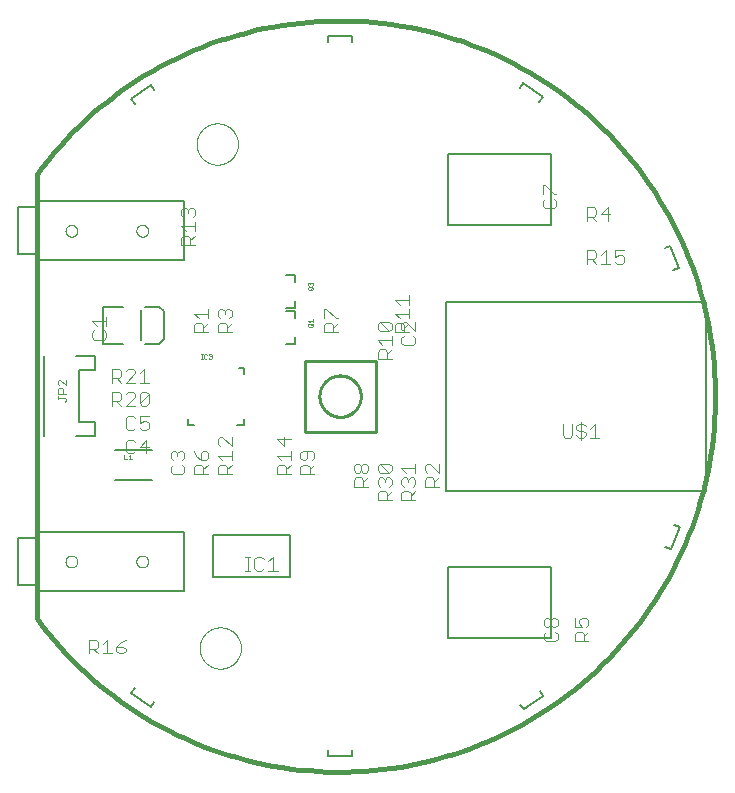
<source format=gto>
G75*
%MOIN*%
%OFA0B0*%
%FSLAX25Y25*%
%IPPOS*%
%LPD*%
%AMOC8*
5,1,8,0,0,1.08239X$1,22.5*
%
%ADD10C,0.01600*%
%ADD11C,0.00000*%
%ADD12C,0.00400*%
%ADD13C,0.00800*%
%ADD14C,0.00100*%
%ADD15C,0.00500*%
%ADD16C,0.01000*%
%ADD17C,0.00200*%
D10*
X0049772Y0066937D02*
X0049772Y0214969D01*
X0051614Y0217418D01*
X0053515Y0219821D01*
X0055474Y0222176D01*
X0057491Y0224483D01*
X0059563Y0226740D01*
X0061690Y0228946D01*
X0063871Y0231099D01*
X0066103Y0233198D01*
X0068386Y0235242D01*
X0070719Y0237229D01*
X0073099Y0239158D01*
X0075526Y0241029D01*
X0077998Y0242840D01*
X0080513Y0244589D01*
X0083071Y0246277D01*
X0085669Y0247901D01*
X0088306Y0249462D01*
X0090981Y0250957D01*
X0093691Y0252387D01*
X0096435Y0253749D01*
X0099212Y0255044D01*
X0102020Y0256271D01*
X0104857Y0257429D01*
X0107722Y0258517D01*
X0110612Y0259534D01*
X0113526Y0260481D01*
X0116463Y0261355D01*
X0119420Y0262158D01*
X0122396Y0262888D01*
X0125389Y0263545D01*
X0128397Y0264129D01*
X0131419Y0264638D01*
X0134452Y0265074D01*
X0137494Y0265435D01*
X0140545Y0265722D01*
X0143602Y0265934D01*
X0146663Y0266071D01*
X0149727Y0266133D01*
X0152791Y0266120D01*
X0155854Y0266032D01*
X0158913Y0265869D01*
X0161968Y0265632D01*
X0165016Y0265319D01*
X0168056Y0264932D01*
X0171085Y0264471D01*
X0174102Y0263936D01*
X0177105Y0263327D01*
X0180093Y0262645D01*
X0183062Y0261890D01*
X0186013Y0261062D01*
X0188942Y0260163D01*
X0191848Y0259192D01*
X0194730Y0258150D01*
X0197585Y0257038D01*
X0200412Y0255857D01*
X0203210Y0254606D01*
X0205976Y0253288D01*
X0208708Y0251902D01*
X0211407Y0250450D01*
X0214068Y0248932D01*
X0216692Y0247349D01*
X0219277Y0245703D01*
X0221820Y0243994D01*
X0224321Y0242223D01*
X0226777Y0240392D01*
X0229188Y0238501D01*
X0231552Y0236551D01*
X0233868Y0234544D01*
X0236133Y0232481D01*
X0238348Y0230364D01*
X0240510Y0228192D01*
X0242619Y0225969D01*
X0244672Y0223695D01*
X0246669Y0221370D01*
X0248608Y0218998D01*
X0250489Y0216579D01*
X0252310Y0214115D01*
X0254071Y0211607D01*
X0255769Y0209056D01*
X0257404Y0206465D01*
X0258976Y0203835D01*
X0260482Y0201167D01*
X0261923Y0198462D01*
X0263297Y0195724D01*
X0264604Y0192952D01*
X0265843Y0190149D01*
X0267012Y0187317D01*
X0268112Y0184457D01*
X0269142Y0181571D01*
X0270101Y0178661D01*
X0270988Y0175728D01*
X0271803Y0172774D01*
X0272546Y0169802D01*
X0273215Y0166811D01*
X0273811Y0163806D01*
X0274334Y0160787D01*
X0274782Y0157755D01*
X0275156Y0154714D01*
X0275456Y0151665D01*
X0275681Y0148609D01*
X0275831Y0145548D01*
X0275906Y0142485D01*
X0275906Y0139421D01*
X0275831Y0136358D01*
X0275681Y0133297D01*
X0275456Y0130241D01*
X0275156Y0127192D01*
X0274782Y0124151D01*
X0274334Y0121119D01*
X0273811Y0118100D01*
X0273215Y0115095D01*
X0272546Y0112104D01*
X0271803Y0109132D01*
X0270988Y0106178D01*
X0270101Y0103245D01*
X0269142Y0100335D01*
X0268112Y0097449D01*
X0267012Y0094589D01*
X0265843Y0091757D01*
X0264604Y0088954D01*
X0263297Y0086182D01*
X0261923Y0083444D01*
X0260482Y0080739D01*
X0258976Y0078071D01*
X0257404Y0075441D01*
X0255769Y0072850D01*
X0254071Y0070299D01*
X0252310Y0067791D01*
X0250489Y0065327D01*
X0248608Y0062908D01*
X0246669Y0060536D01*
X0244672Y0058211D01*
X0242619Y0055937D01*
X0240510Y0053714D01*
X0238348Y0051542D01*
X0236133Y0049425D01*
X0233868Y0047362D01*
X0231552Y0045355D01*
X0229188Y0043405D01*
X0226777Y0041514D01*
X0224321Y0039683D01*
X0221820Y0037912D01*
X0219277Y0036203D01*
X0216692Y0034557D01*
X0214068Y0032974D01*
X0211407Y0031456D01*
X0208708Y0030004D01*
X0205976Y0028618D01*
X0203210Y0027300D01*
X0200412Y0026049D01*
X0197585Y0024868D01*
X0194730Y0023756D01*
X0191848Y0022714D01*
X0188942Y0021743D01*
X0186013Y0020844D01*
X0183062Y0020016D01*
X0180093Y0019261D01*
X0177105Y0018579D01*
X0174102Y0017970D01*
X0171085Y0017435D01*
X0168056Y0016974D01*
X0165016Y0016587D01*
X0161968Y0016274D01*
X0158913Y0016037D01*
X0155854Y0015874D01*
X0152791Y0015786D01*
X0149727Y0015773D01*
X0146663Y0015835D01*
X0143602Y0015972D01*
X0140545Y0016184D01*
X0137494Y0016471D01*
X0134452Y0016832D01*
X0131419Y0017268D01*
X0128397Y0017777D01*
X0125389Y0018361D01*
X0122396Y0019018D01*
X0119420Y0019748D01*
X0116463Y0020551D01*
X0113526Y0021425D01*
X0110612Y0022372D01*
X0107722Y0023389D01*
X0104857Y0024477D01*
X0102020Y0025635D01*
X0099212Y0026862D01*
X0096435Y0028157D01*
X0093691Y0029519D01*
X0090981Y0030949D01*
X0088306Y0032444D01*
X0085669Y0034005D01*
X0083071Y0035629D01*
X0080513Y0037317D01*
X0077998Y0039066D01*
X0075526Y0040877D01*
X0073099Y0042748D01*
X0070719Y0044677D01*
X0068386Y0046664D01*
X0066103Y0048708D01*
X0063871Y0050807D01*
X0061690Y0052960D01*
X0059563Y0055166D01*
X0057491Y0057423D01*
X0055474Y0059730D01*
X0053515Y0062085D01*
X0051614Y0064488D01*
X0049772Y0066937D01*
D11*
X0059417Y0085835D02*
X0059419Y0085923D01*
X0059425Y0086011D01*
X0059435Y0086099D01*
X0059449Y0086187D01*
X0059466Y0086273D01*
X0059488Y0086359D01*
X0059513Y0086443D01*
X0059543Y0086527D01*
X0059575Y0086609D01*
X0059612Y0086689D01*
X0059652Y0086768D01*
X0059696Y0086845D01*
X0059743Y0086920D01*
X0059793Y0086992D01*
X0059847Y0087063D01*
X0059903Y0087130D01*
X0059963Y0087196D01*
X0060025Y0087258D01*
X0060091Y0087318D01*
X0060158Y0087374D01*
X0060229Y0087428D01*
X0060301Y0087478D01*
X0060376Y0087525D01*
X0060453Y0087569D01*
X0060532Y0087609D01*
X0060612Y0087646D01*
X0060694Y0087678D01*
X0060778Y0087708D01*
X0060862Y0087733D01*
X0060948Y0087755D01*
X0061034Y0087772D01*
X0061122Y0087786D01*
X0061210Y0087796D01*
X0061298Y0087802D01*
X0061386Y0087804D01*
X0061474Y0087802D01*
X0061562Y0087796D01*
X0061650Y0087786D01*
X0061738Y0087772D01*
X0061824Y0087755D01*
X0061910Y0087733D01*
X0061994Y0087708D01*
X0062078Y0087678D01*
X0062160Y0087646D01*
X0062240Y0087609D01*
X0062319Y0087569D01*
X0062396Y0087525D01*
X0062471Y0087478D01*
X0062543Y0087428D01*
X0062614Y0087374D01*
X0062681Y0087318D01*
X0062747Y0087258D01*
X0062809Y0087196D01*
X0062869Y0087130D01*
X0062925Y0087063D01*
X0062979Y0086992D01*
X0063029Y0086920D01*
X0063076Y0086845D01*
X0063120Y0086768D01*
X0063160Y0086689D01*
X0063197Y0086609D01*
X0063229Y0086527D01*
X0063259Y0086443D01*
X0063284Y0086359D01*
X0063306Y0086273D01*
X0063323Y0086187D01*
X0063337Y0086099D01*
X0063347Y0086011D01*
X0063353Y0085923D01*
X0063355Y0085835D01*
X0063353Y0085747D01*
X0063347Y0085659D01*
X0063337Y0085571D01*
X0063323Y0085483D01*
X0063306Y0085397D01*
X0063284Y0085311D01*
X0063259Y0085227D01*
X0063229Y0085143D01*
X0063197Y0085061D01*
X0063160Y0084981D01*
X0063120Y0084902D01*
X0063076Y0084825D01*
X0063029Y0084750D01*
X0062979Y0084678D01*
X0062925Y0084607D01*
X0062869Y0084540D01*
X0062809Y0084474D01*
X0062747Y0084412D01*
X0062681Y0084352D01*
X0062614Y0084296D01*
X0062543Y0084242D01*
X0062471Y0084192D01*
X0062396Y0084145D01*
X0062319Y0084101D01*
X0062240Y0084061D01*
X0062160Y0084024D01*
X0062078Y0083992D01*
X0061994Y0083962D01*
X0061910Y0083937D01*
X0061824Y0083915D01*
X0061738Y0083898D01*
X0061650Y0083884D01*
X0061562Y0083874D01*
X0061474Y0083868D01*
X0061386Y0083866D01*
X0061298Y0083868D01*
X0061210Y0083874D01*
X0061122Y0083884D01*
X0061034Y0083898D01*
X0060948Y0083915D01*
X0060862Y0083937D01*
X0060778Y0083962D01*
X0060694Y0083992D01*
X0060612Y0084024D01*
X0060532Y0084061D01*
X0060453Y0084101D01*
X0060376Y0084145D01*
X0060301Y0084192D01*
X0060229Y0084242D01*
X0060158Y0084296D01*
X0060091Y0084352D01*
X0060025Y0084412D01*
X0059963Y0084474D01*
X0059903Y0084540D01*
X0059847Y0084607D01*
X0059793Y0084678D01*
X0059743Y0084750D01*
X0059696Y0084825D01*
X0059652Y0084902D01*
X0059612Y0084981D01*
X0059575Y0085061D01*
X0059543Y0085143D01*
X0059513Y0085227D01*
X0059488Y0085311D01*
X0059466Y0085397D01*
X0059449Y0085483D01*
X0059435Y0085571D01*
X0059425Y0085659D01*
X0059419Y0085747D01*
X0059417Y0085835D01*
X0083039Y0085835D02*
X0083041Y0085923D01*
X0083047Y0086011D01*
X0083057Y0086099D01*
X0083071Y0086187D01*
X0083088Y0086273D01*
X0083110Y0086359D01*
X0083135Y0086443D01*
X0083165Y0086527D01*
X0083197Y0086609D01*
X0083234Y0086689D01*
X0083274Y0086768D01*
X0083318Y0086845D01*
X0083365Y0086920D01*
X0083415Y0086992D01*
X0083469Y0087063D01*
X0083525Y0087130D01*
X0083585Y0087196D01*
X0083647Y0087258D01*
X0083713Y0087318D01*
X0083780Y0087374D01*
X0083851Y0087428D01*
X0083923Y0087478D01*
X0083998Y0087525D01*
X0084075Y0087569D01*
X0084154Y0087609D01*
X0084234Y0087646D01*
X0084316Y0087678D01*
X0084400Y0087708D01*
X0084484Y0087733D01*
X0084570Y0087755D01*
X0084656Y0087772D01*
X0084744Y0087786D01*
X0084832Y0087796D01*
X0084920Y0087802D01*
X0085008Y0087804D01*
X0085096Y0087802D01*
X0085184Y0087796D01*
X0085272Y0087786D01*
X0085360Y0087772D01*
X0085446Y0087755D01*
X0085532Y0087733D01*
X0085616Y0087708D01*
X0085700Y0087678D01*
X0085782Y0087646D01*
X0085862Y0087609D01*
X0085941Y0087569D01*
X0086018Y0087525D01*
X0086093Y0087478D01*
X0086165Y0087428D01*
X0086236Y0087374D01*
X0086303Y0087318D01*
X0086369Y0087258D01*
X0086431Y0087196D01*
X0086491Y0087130D01*
X0086547Y0087063D01*
X0086601Y0086992D01*
X0086651Y0086920D01*
X0086698Y0086845D01*
X0086742Y0086768D01*
X0086782Y0086689D01*
X0086819Y0086609D01*
X0086851Y0086527D01*
X0086881Y0086443D01*
X0086906Y0086359D01*
X0086928Y0086273D01*
X0086945Y0086187D01*
X0086959Y0086099D01*
X0086969Y0086011D01*
X0086975Y0085923D01*
X0086977Y0085835D01*
X0086975Y0085747D01*
X0086969Y0085659D01*
X0086959Y0085571D01*
X0086945Y0085483D01*
X0086928Y0085397D01*
X0086906Y0085311D01*
X0086881Y0085227D01*
X0086851Y0085143D01*
X0086819Y0085061D01*
X0086782Y0084981D01*
X0086742Y0084902D01*
X0086698Y0084825D01*
X0086651Y0084750D01*
X0086601Y0084678D01*
X0086547Y0084607D01*
X0086491Y0084540D01*
X0086431Y0084474D01*
X0086369Y0084412D01*
X0086303Y0084352D01*
X0086236Y0084296D01*
X0086165Y0084242D01*
X0086093Y0084192D01*
X0086018Y0084145D01*
X0085941Y0084101D01*
X0085862Y0084061D01*
X0085782Y0084024D01*
X0085700Y0083992D01*
X0085616Y0083962D01*
X0085532Y0083937D01*
X0085446Y0083915D01*
X0085360Y0083898D01*
X0085272Y0083884D01*
X0085184Y0083874D01*
X0085096Y0083868D01*
X0085008Y0083866D01*
X0084920Y0083868D01*
X0084832Y0083874D01*
X0084744Y0083884D01*
X0084656Y0083898D01*
X0084570Y0083915D01*
X0084484Y0083937D01*
X0084400Y0083962D01*
X0084316Y0083992D01*
X0084234Y0084024D01*
X0084154Y0084061D01*
X0084075Y0084101D01*
X0083998Y0084145D01*
X0083923Y0084192D01*
X0083851Y0084242D01*
X0083780Y0084296D01*
X0083713Y0084352D01*
X0083647Y0084412D01*
X0083585Y0084474D01*
X0083525Y0084540D01*
X0083469Y0084607D01*
X0083415Y0084678D01*
X0083365Y0084750D01*
X0083318Y0084825D01*
X0083274Y0084902D01*
X0083234Y0084981D01*
X0083197Y0085061D01*
X0083165Y0085143D01*
X0083135Y0085227D01*
X0083110Y0085311D01*
X0083088Y0085397D01*
X0083071Y0085483D01*
X0083057Y0085571D01*
X0083047Y0085659D01*
X0083041Y0085747D01*
X0083039Y0085835D01*
X0104110Y0057000D02*
X0104112Y0057169D01*
X0104118Y0057338D01*
X0104129Y0057507D01*
X0104143Y0057675D01*
X0104162Y0057843D01*
X0104185Y0058011D01*
X0104211Y0058178D01*
X0104242Y0058344D01*
X0104277Y0058510D01*
X0104316Y0058674D01*
X0104360Y0058838D01*
X0104407Y0059000D01*
X0104458Y0059161D01*
X0104513Y0059321D01*
X0104572Y0059480D01*
X0104634Y0059637D01*
X0104701Y0059792D01*
X0104772Y0059946D01*
X0104846Y0060098D01*
X0104924Y0060248D01*
X0105005Y0060396D01*
X0105090Y0060542D01*
X0105179Y0060686D01*
X0105271Y0060828D01*
X0105367Y0060967D01*
X0105466Y0061104D01*
X0105568Y0061239D01*
X0105674Y0061371D01*
X0105783Y0061500D01*
X0105895Y0061627D01*
X0106010Y0061751D01*
X0106128Y0061872D01*
X0106249Y0061990D01*
X0106373Y0062105D01*
X0106500Y0062217D01*
X0106629Y0062326D01*
X0106761Y0062432D01*
X0106896Y0062534D01*
X0107033Y0062633D01*
X0107172Y0062729D01*
X0107314Y0062821D01*
X0107458Y0062910D01*
X0107604Y0062995D01*
X0107752Y0063076D01*
X0107902Y0063154D01*
X0108054Y0063228D01*
X0108208Y0063299D01*
X0108363Y0063366D01*
X0108520Y0063428D01*
X0108679Y0063487D01*
X0108839Y0063542D01*
X0109000Y0063593D01*
X0109162Y0063640D01*
X0109326Y0063684D01*
X0109490Y0063723D01*
X0109656Y0063758D01*
X0109822Y0063789D01*
X0109989Y0063815D01*
X0110157Y0063838D01*
X0110325Y0063857D01*
X0110493Y0063871D01*
X0110662Y0063882D01*
X0110831Y0063888D01*
X0111000Y0063890D01*
X0111169Y0063888D01*
X0111338Y0063882D01*
X0111507Y0063871D01*
X0111675Y0063857D01*
X0111843Y0063838D01*
X0112011Y0063815D01*
X0112178Y0063789D01*
X0112344Y0063758D01*
X0112510Y0063723D01*
X0112674Y0063684D01*
X0112838Y0063640D01*
X0113000Y0063593D01*
X0113161Y0063542D01*
X0113321Y0063487D01*
X0113480Y0063428D01*
X0113637Y0063366D01*
X0113792Y0063299D01*
X0113946Y0063228D01*
X0114098Y0063154D01*
X0114248Y0063076D01*
X0114396Y0062995D01*
X0114542Y0062910D01*
X0114686Y0062821D01*
X0114828Y0062729D01*
X0114967Y0062633D01*
X0115104Y0062534D01*
X0115239Y0062432D01*
X0115371Y0062326D01*
X0115500Y0062217D01*
X0115627Y0062105D01*
X0115751Y0061990D01*
X0115872Y0061872D01*
X0115990Y0061751D01*
X0116105Y0061627D01*
X0116217Y0061500D01*
X0116326Y0061371D01*
X0116432Y0061239D01*
X0116534Y0061104D01*
X0116633Y0060967D01*
X0116729Y0060828D01*
X0116821Y0060686D01*
X0116910Y0060542D01*
X0116995Y0060396D01*
X0117076Y0060248D01*
X0117154Y0060098D01*
X0117228Y0059946D01*
X0117299Y0059792D01*
X0117366Y0059637D01*
X0117428Y0059480D01*
X0117487Y0059321D01*
X0117542Y0059161D01*
X0117593Y0059000D01*
X0117640Y0058838D01*
X0117684Y0058674D01*
X0117723Y0058510D01*
X0117758Y0058344D01*
X0117789Y0058178D01*
X0117815Y0058011D01*
X0117838Y0057843D01*
X0117857Y0057675D01*
X0117871Y0057507D01*
X0117882Y0057338D01*
X0117888Y0057169D01*
X0117890Y0057000D01*
X0117888Y0056831D01*
X0117882Y0056662D01*
X0117871Y0056493D01*
X0117857Y0056325D01*
X0117838Y0056157D01*
X0117815Y0055989D01*
X0117789Y0055822D01*
X0117758Y0055656D01*
X0117723Y0055490D01*
X0117684Y0055326D01*
X0117640Y0055162D01*
X0117593Y0055000D01*
X0117542Y0054839D01*
X0117487Y0054679D01*
X0117428Y0054520D01*
X0117366Y0054363D01*
X0117299Y0054208D01*
X0117228Y0054054D01*
X0117154Y0053902D01*
X0117076Y0053752D01*
X0116995Y0053604D01*
X0116910Y0053458D01*
X0116821Y0053314D01*
X0116729Y0053172D01*
X0116633Y0053033D01*
X0116534Y0052896D01*
X0116432Y0052761D01*
X0116326Y0052629D01*
X0116217Y0052500D01*
X0116105Y0052373D01*
X0115990Y0052249D01*
X0115872Y0052128D01*
X0115751Y0052010D01*
X0115627Y0051895D01*
X0115500Y0051783D01*
X0115371Y0051674D01*
X0115239Y0051568D01*
X0115104Y0051466D01*
X0114967Y0051367D01*
X0114828Y0051271D01*
X0114686Y0051179D01*
X0114542Y0051090D01*
X0114396Y0051005D01*
X0114248Y0050924D01*
X0114098Y0050846D01*
X0113946Y0050772D01*
X0113792Y0050701D01*
X0113637Y0050634D01*
X0113480Y0050572D01*
X0113321Y0050513D01*
X0113161Y0050458D01*
X0113000Y0050407D01*
X0112838Y0050360D01*
X0112674Y0050316D01*
X0112510Y0050277D01*
X0112344Y0050242D01*
X0112178Y0050211D01*
X0112011Y0050185D01*
X0111843Y0050162D01*
X0111675Y0050143D01*
X0111507Y0050129D01*
X0111338Y0050118D01*
X0111169Y0050112D01*
X0111000Y0050110D01*
X0110831Y0050112D01*
X0110662Y0050118D01*
X0110493Y0050129D01*
X0110325Y0050143D01*
X0110157Y0050162D01*
X0109989Y0050185D01*
X0109822Y0050211D01*
X0109656Y0050242D01*
X0109490Y0050277D01*
X0109326Y0050316D01*
X0109162Y0050360D01*
X0109000Y0050407D01*
X0108839Y0050458D01*
X0108679Y0050513D01*
X0108520Y0050572D01*
X0108363Y0050634D01*
X0108208Y0050701D01*
X0108054Y0050772D01*
X0107902Y0050846D01*
X0107752Y0050924D01*
X0107604Y0051005D01*
X0107458Y0051090D01*
X0107314Y0051179D01*
X0107172Y0051271D01*
X0107033Y0051367D01*
X0106896Y0051466D01*
X0106761Y0051568D01*
X0106629Y0051674D01*
X0106500Y0051783D01*
X0106373Y0051895D01*
X0106249Y0052010D01*
X0106128Y0052128D01*
X0106010Y0052249D01*
X0105895Y0052373D01*
X0105783Y0052500D01*
X0105674Y0052629D01*
X0105568Y0052761D01*
X0105466Y0052896D01*
X0105367Y0053033D01*
X0105271Y0053172D01*
X0105179Y0053314D01*
X0105090Y0053458D01*
X0105005Y0053604D01*
X0104924Y0053752D01*
X0104846Y0053902D01*
X0104772Y0054054D01*
X0104701Y0054208D01*
X0104634Y0054363D01*
X0104572Y0054520D01*
X0104513Y0054679D01*
X0104458Y0054839D01*
X0104407Y0055000D01*
X0104360Y0055162D01*
X0104316Y0055326D01*
X0104277Y0055490D01*
X0104242Y0055656D01*
X0104211Y0055822D01*
X0104185Y0055989D01*
X0104162Y0056157D01*
X0104143Y0056325D01*
X0104129Y0056493D01*
X0104118Y0056662D01*
X0104112Y0056831D01*
X0104110Y0057000D01*
X0083039Y0196071D02*
X0083041Y0196159D01*
X0083047Y0196247D01*
X0083057Y0196335D01*
X0083071Y0196423D01*
X0083088Y0196509D01*
X0083110Y0196595D01*
X0083135Y0196679D01*
X0083165Y0196763D01*
X0083197Y0196845D01*
X0083234Y0196925D01*
X0083274Y0197004D01*
X0083318Y0197081D01*
X0083365Y0197156D01*
X0083415Y0197228D01*
X0083469Y0197299D01*
X0083525Y0197366D01*
X0083585Y0197432D01*
X0083647Y0197494D01*
X0083713Y0197554D01*
X0083780Y0197610D01*
X0083851Y0197664D01*
X0083923Y0197714D01*
X0083998Y0197761D01*
X0084075Y0197805D01*
X0084154Y0197845D01*
X0084234Y0197882D01*
X0084316Y0197914D01*
X0084400Y0197944D01*
X0084484Y0197969D01*
X0084570Y0197991D01*
X0084656Y0198008D01*
X0084744Y0198022D01*
X0084832Y0198032D01*
X0084920Y0198038D01*
X0085008Y0198040D01*
X0085096Y0198038D01*
X0085184Y0198032D01*
X0085272Y0198022D01*
X0085360Y0198008D01*
X0085446Y0197991D01*
X0085532Y0197969D01*
X0085616Y0197944D01*
X0085700Y0197914D01*
X0085782Y0197882D01*
X0085862Y0197845D01*
X0085941Y0197805D01*
X0086018Y0197761D01*
X0086093Y0197714D01*
X0086165Y0197664D01*
X0086236Y0197610D01*
X0086303Y0197554D01*
X0086369Y0197494D01*
X0086431Y0197432D01*
X0086491Y0197366D01*
X0086547Y0197299D01*
X0086601Y0197228D01*
X0086651Y0197156D01*
X0086698Y0197081D01*
X0086742Y0197004D01*
X0086782Y0196925D01*
X0086819Y0196845D01*
X0086851Y0196763D01*
X0086881Y0196679D01*
X0086906Y0196595D01*
X0086928Y0196509D01*
X0086945Y0196423D01*
X0086959Y0196335D01*
X0086969Y0196247D01*
X0086975Y0196159D01*
X0086977Y0196071D01*
X0086975Y0195983D01*
X0086969Y0195895D01*
X0086959Y0195807D01*
X0086945Y0195719D01*
X0086928Y0195633D01*
X0086906Y0195547D01*
X0086881Y0195463D01*
X0086851Y0195379D01*
X0086819Y0195297D01*
X0086782Y0195217D01*
X0086742Y0195138D01*
X0086698Y0195061D01*
X0086651Y0194986D01*
X0086601Y0194914D01*
X0086547Y0194843D01*
X0086491Y0194776D01*
X0086431Y0194710D01*
X0086369Y0194648D01*
X0086303Y0194588D01*
X0086236Y0194532D01*
X0086165Y0194478D01*
X0086093Y0194428D01*
X0086018Y0194381D01*
X0085941Y0194337D01*
X0085862Y0194297D01*
X0085782Y0194260D01*
X0085700Y0194228D01*
X0085616Y0194198D01*
X0085532Y0194173D01*
X0085446Y0194151D01*
X0085360Y0194134D01*
X0085272Y0194120D01*
X0085184Y0194110D01*
X0085096Y0194104D01*
X0085008Y0194102D01*
X0084920Y0194104D01*
X0084832Y0194110D01*
X0084744Y0194120D01*
X0084656Y0194134D01*
X0084570Y0194151D01*
X0084484Y0194173D01*
X0084400Y0194198D01*
X0084316Y0194228D01*
X0084234Y0194260D01*
X0084154Y0194297D01*
X0084075Y0194337D01*
X0083998Y0194381D01*
X0083923Y0194428D01*
X0083851Y0194478D01*
X0083780Y0194532D01*
X0083713Y0194588D01*
X0083647Y0194648D01*
X0083585Y0194710D01*
X0083525Y0194776D01*
X0083469Y0194843D01*
X0083415Y0194914D01*
X0083365Y0194986D01*
X0083318Y0195061D01*
X0083274Y0195138D01*
X0083234Y0195217D01*
X0083197Y0195297D01*
X0083165Y0195379D01*
X0083135Y0195463D01*
X0083110Y0195547D01*
X0083088Y0195633D01*
X0083071Y0195719D01*
X0083057Y0195807D01*
X0083047Y0195895D01*
X0083041Y0195983D01*
X0083039Y0196071D01*
X0059417Y0196071D02*
X0059419Y0196159D01*
X0059425Y0196247D01*
X0059435Y0196335D01*
X0059449Y0196423D01*
X0059466Y0196509D01*
X0059488Y0196595D01*
X0059513Y0196679D01*
X0059543Y0196763D01*
X0059575Y0196845D01*
X0059612Y0196925D01*
X0059652Y0197004D01*
X0059696Y0197081D01*
X0059743Y0197156D01*
X0059793Y0197228D01*
X0059847Y0197299D01*
X0059903Y0197366D01*
X0059963Y0197432D01*
X0060025Y0197494D01*
X0060091Y0197554D01*
X0060158Y0197610D01*
X0060229Y0197664D01*
X0060301Y0197714D01*
X0060376Y0197761D01*
X0060453Y0197805D01*
X0060532Y0197845D01*
X0060612Y0197882D01*
X0060694Y0197914D01*
X0060778Y0197944D01*
X0060862Y0197969D01*
X0060948Y0197991D01*
X0061034Y0198008D01*
X0061122Y0198022D01*
X0061210Y0198032D01*
X0061298Y0198038D01*
X0061386Y0198040D01*
X0061474Y0198038D01*
X0061562Y0198032D01*
X0061650Y0198022D01*
X0061738Y0198008D01*
X0061824Y0197991D01*
X0061910Y0197969D01*
X0061994Y0197944D01*
X0062078Y0197914D01*
X0062160Y0197882D01*
X0062240Y0197845D01*
X0062319Y0197805D01*
X0062396Y0197761D01*
X0062471Y0197714D01*
X0062543Y0197664D01*
X0062614Y0197610D01*
X0062681Y0197554D01*
X0062747Y0197494D01*
X0062809Y0197432D01*
X0062869Y0197366D01*
X0062925Y0197299D01*
X0062979Y0197228D01*
X0063029Y0197156D01*
X0063076Y0197081D01*
X0063120Y0197004D01*
X0063160Y0196925D01*
X0063197Y0196845D01*
X0063229Y0196763D01*
X0063259Y0196679D01*
X0063284Y0196595D01*
X0063306Y0196509D01*
X0063323Y0196423D01*
X0063337Y0196335D01*
X0063347Y0196247D01*
X0063353Y0196159D01*
X0063355Y0196071D01*
X0063353Y0195983D01*
X0063347Y0195895D01*
X0063337Y0195807D01*
X0063323Y0195719D01*
X0063306Y0195633D01*
X0063284Y0195547D01*
X0063259Y0195463D01*
X0063229Y0195379D01*
X0063197Y0195297D01*
X0063160Y0195217D01*
X0063120Y0195138D01*
X0063076Y0195061D01*
X0063029Y0194986D01*
X0062979Y0194914D01*
X0062925Y0194843D01*
X0062869Y0194776D01*
X0062809Y0194710D01*
X0062747Y0194648D01*
X0062681Y0194588D01*
X0062614Y0194532D01*
X0062543Y0194478D01*
X0062471Y0194428D01*
X0062396Y0194381D01*
X0062319Y0194337D01*
X0062240Y0194297D01*
X0062160Y0194260D01*
X0062078Y0194228D01*
X0061994Y0194198D01*
X0061910Y0194173D01*
X0061824Y0194151D01*
X0061738Y0194134D01*
X0061650Y0194120D01*
X0061562Y0194110D01*
X0061474Y0194104D01*
X0061386Y0194102D01*
X0061298Y0194104D01*
X0061210Y0194110D01*
X0061122Y0194120D01*
X0061034Y0194134D01*
X0060948Y0194151D01*
X0060862Y0194173D01*
X0060778Y0194198D01*
X0060694Y0194228D01*
X0060612Y0194260D01*
X0060532Y0194297D01*
X0060453Y0194337D01*
X0060376Y0194381D01*
X0060301Y0194428D01*
X0060229Y0194478D01*
X0060158Y0194532D01*
X0060091Y0194588D01*
X0060025Y0194648D01*
X0059963Y0194710D01*
X0059903Y0194776D01*
X0059847Y0194843D01*
X0059793Y0194914D01*
X0059743Y0194986D01*
X0059696Y0195061D01*
X0059652Y0195138D01*
X0059612Y0195217D01*
X0059575Y0195297D01*
X0059543Y0195379D01*
X0059513Y0195463D01*
X0059488Y0195547D01*
X0059466Y0195633D01*
X0059449Y0195719D01*
X0059435Y0195807D01*
X0059425Y0195895D01*
X0059419Y0195983D01*
X0059417Y0196071D01*
X0103110Y0225000D02*
X0103112Y0225169D01*
X0103118Y0225338D01*
X0103129Y0225507D01*
X0103143Y0225675D01*
X0103162Y0225843D01*
X0103185Y0226011D01*
X0103211Y0226178D01*
X0103242Y0226344D01*
X0103277Y0226510D01*
X0103316Y0226674D01*
X0103360Y0226838D01*
X0103407Y0227000D01*
X0103458Y0227161D01*
X0103513Y0227321D01*
X0103572Y0227480D01*
X0103634Y0227637D01*
X0103701Y0227792D01*
X0103772Y0227946D01*
X0103846Y0228098D01*
X0103924Y0228248D01*
X0104005Y0228396D01*
X0104090Y0228542D01*
X0104179Y0228686D01*
X0104271Y0228828D01*
X0104367Y0228967D01*
X0104466Y0229104D01*
X0104568Y0229239D01*
X0104674Y0229371D01*
X0104783Y0229500D01*
X0104895Y0229627D01*
X0105010Y0229751D01*
X0105128Y0229872D01*
X0105249Y0229990D01*
X0105373Y0230105D01*
X0105500Y0230217D01*
X0105629Y0230326D01*
X0105761Y0230432D01*
X0105896Y0230534D01*
X0106033Y0230633D01*
X0106172Y0230729D01*
X0106314Y0230821D01*
X0106458Y0230910D01*
X0106604Y0230995D01*
X0106752Y0231076D01*
X0106902Y0231154D01*
X0107054Y0231228D01*
X0107208Y0231299D01*
X0107363Y0231366D01*
X0107520Y0231428D01*
X0107679Y0231487D01*
X0107839Y0231542D01*
X0108000Y0231593D01*
X0108162Y0231640D01*
X0108326Y0231684D01*
X0108490Y0231723D01*
X0108656Y0231758D01*
X0108822Y0231789D01*
X0108989Y0231815D01*
X0109157Y0231838D01*
X0109325Y0231857D01*
X0109493Y0231871D01*
X0109662Y0231882D01*
X0109831Y0231888D01*
X0110000Y0231890D01*
X0110169Y0231888D01*
X0110338Y0231882D01*
X0110507Y0231871D01*
X0110675Y0231857D01*
X0110843Y0231838D01*
X0111011Y0231815D01*
X0111178Y0231789D01*
X0111344Y0231758D01*
X0111510Y0231723D01*
X0111674Y0231684D01*
X0111838Y0231640D01*
X0112000Y0231593D01*
X0112161Y0231542D01*
X0112321Y0231487D01*
X0112480Y0231428D01*
X0112637Y0231366D01*
X0112792Y0231299D01*
X0112946Y0231228D01*
X0113098Y0231154D01*
X0113248Y0231076D01*
X0113396Y0230995D01*
X0113542Y0230910D01*
X0113686Y0230821D01*
X0113828Y0230729D01*
X0113967Y0230633D01*
X0114104Y0230534D01*
X0114239Y0230432D01*
X0114371Y0230326D01*
X0114500Y0230217D01*
X0114627Y0230105D01*
X0114751Y0229990D01*
X0114872Y0229872D01*
X0114990Y0229751D01*
X0115105Y0229627D01*
X0115217Y0229500D01*
X0115326Y0229371D01*
X0115432Y0229239D01*
X0115534Y0229104D01*
X0115633Y0228967D01*
X0115729Y0228828D01*
X0115821Y0228686D01*
X0115910Y0228542D01*
X0115995Y0228396D01*
X0116076Y0228248D01*
X0116154Y0228098D01*
X0116228Y0227946D01*
X0116299Y0227792D01*
X0116366Y0227637D01*
X0116428Y0227480D01*
X0116487Y0227321D01*
X0116542Y0227161D01*
X0116593Y0227000D01*
X0116640Y0226838D01*
X0116684Y0226674D01*
X0116723Y0226510D01*
X0116758Y0226344D01*
X0116789Y0226178D01*
X0116815Y0226011D01*
X0116838Y0225843D01*
X0116857Y0225675D01*
X0116871Y0225507D01*
X0116882Y0225338D01*
X0116888Y0225169D01*
X0116890Y0225000D01*
X0116888Y0224831D01*
X0116882Y0224662D01*
X0116871Y0224493D01*
X0116857Y0224325D01*
X0116838Y0224157D01*
X0116815Y0223989D01*
X0116789Y0223822D01*
X0116758Y0223656D01*
X0116723Y0223490D01*
X0116684Y0223326D01*
X0116640Y0223162D01*
X0116593Y0223000D01*
X0116542Y0222839D01*
X0116487Y0222679D01*
X0116428Y0222520D01*
X0116366Y0222363D01*
X0116299Y0222208D01*
X0116228Y0222054D01*
X0116154Y0221902D01*
X0116076Y0221752D01*
X0115995Y0221604D01*
X0115910Y0221458D01*
X0115821Y0221314D01*
X0115729Y0221172D01*
X0115633Y0221033D01*
X0115534Y0220896D01*
X0115432Y0220761D01*
X0115326Y0220629D01*
X0115217Y0220500D01*
X0115105Y0220373D01*
X0114990Y0220249D01*
X0114872Y0220128D01*
X0114751Y0220010D01*
X0114627Y0219895D01*
X0114500Y0219783D01*
X0114371Y0219674D01*
X0114239Y0219568D01*
X0114104Y0219466D01*
X0113967Y0219367D01*
X0113828Y0219271D01*
X0113686Y0219179D01*
X0113542Y0219090D01*
X0113396Y0219005D01*
X0113248Y0218924D01*
X0113098Y0218846D01*
X0112946Y0218772D01*
X0112792Y0218701D01*
X0112637Y0218634D01*
X0112480Y0218572D01*
X0112321Y0218513D01*
X0112161Y0218458D01*
X0112000Y0218407D01*
X0111838Y0218360D01*
X0111674Y0218316D01*
X0111510Y0218277D01*
X0111344Y0218242D01*
X0111178Y0218211D01*
X0111011Y0218185D01*
X0110843Y0218162D01*
X0110675Y0218143D01*
X0110507Y0218129D01*
X0110338Y0218118D01*
X0110169Y0218112D01*
X0110000Y0218110D01*
X0109831Y0218112D01*
X0109662Y0218118D01*
X0109493Y0218129D01*
X0109325Y0218143D01*
X0109157Y0218162D01*
X0108989Y0218185D01*
X0108822Y0218211D01*
X0108656Y0218242D01*
X0108490Y0218277D01*
X0108326Y0218316D01*
X0108162Y0218360D01*
X0108000Y0218407D01*
X0107839Y0218458D01*
X0107679Y0218513D01*
X0107520Y0218572D01*
X0107363Y0218634D01*
X0107208Y0218701D01*
X0107054Y0218772D01*
X0106902Y0218846D01*
X0106752Y0218924D01*
X0106604Y0219005D01*
X0106458Y0219090D01*
X0106314Y0219179D01*
X0106172Y0219271D01*
X0106033Y0219367D01*
X0105896Y0219466D01*
X0105761Y0219568D01*
X0105629Y0219674D01*
X0105500Y0219783D01*
X0105373Y0219895D01*
X0105249Y0220010D01*
X0105128Y0220128D01*
X0105010Y0220249D01*
X0104895Y0220373D01*
X0104783Y0220500D01*
X0104674Y0220629D01*
X0104568Y0220761D01*
X0104466Y0220896D01*
X0104367Y0221033D01*
X0104271Y0221172D01*
X0104179Y0221314D01*
X0104090Y0221458D01*
X0104005Y0221604D01*
X0103924Y0221752D01*
X0103846Y0221902D01*
X0103772Y0222054D01*
X0103701Y0222208D01*
X0103634Y0222363D01*
X0103572Y0222520D01*
X0103513Y0222679D01*
X0103458Y0222839D01*
X0103407Y0223000D01*
X0103360Y0223162D01*
X0103316Y0223326D01*
X0103277Y0223490D01*
X0103242Y0223656D01*
X0103211Y0223822D01*
X0103185Y0223989D01*
X0103162Y0224157D01*
X0103143Y0224325D01*
X0103129Y0224493D01*
X0103118Y0224662D01*
X0103112Y0224831D01*
X0103110Y0225000D01*
D12*
X0067188Y0059804D02*
X0067188Y0055200D01*
X0067188Y0056735D02*
X0069490Y0056735D01*
X0070257Y0057502D01*
X0070257Y0059037D01*
X0069490Y0059804D01*
X0067188Y0059804D01*
X0068723Y0056735D02*
X0070257Y0055200D01*
X0071792Y0055200D02*
X0074861Y0055200D01*
X0073327Y0055200D02*
X0073327Y0059804D01*
X0071792Y0058269D01*
X0076396Y0057502D02*
X0076396Y0055967D01*
X0077163Y0055200D01*
X0078698Y0055200D01*
X0079465Y0055967D01*
X0079465Y0056735D01*
X0078698Y0057502D01*
X0076396Y0057502D01*
X0077931Y0059037D01*
X0079465Y0059804D01*
X0119348Y0082803D02*
X0120883Y0082803D01*
X0120115Y0082803D02*
X0120115Y0087407D01*
X0119348Y0087407D02*
X0120883Y0087407D01*
X0122417Y0086640D02*
X0122417Y0083570D01*
X0123185Y0082803D01*
X0124719Y0082803D01*
X0125487Y0083570D01*
X0127021Y0082803D02*
X0130091Y0082803D01*
X0128556Y0082803D02*
X0128556Y0087407D01*
X0127021Y0085872D01*
X0125487Y0086640D02*
X0124719Y0087407D01*
X0123185Y0087407D01*
X0122417Y0086640D01*
X0129869Y0115031D02*
X0129869Y0117333D01*
X0130637Y0118100D01*
X0132171Y0118100D01*
X0132939Y0117333D01*
X0132939Y0115031D01*
X0134473Y0115031D02*
X0129869Y0115031D01*
X0132939Y0116565D02*
X0134473Y0118100D01*
X0134473Y0119635D02*
X0134473Y0122704D01*
X0134473Y0121169D02*
X0129869Y0121169D01*
X0131404Y0119635D01*
X0132171Y0124239D02*
X0132171Y0127308D01*
X0134473Y0126541D02*
X0129869Y0126541D01*
X0132171Y0124239D01*
X0137743Y0121937D02*
X0137743Y0120402D01*
X0138511Y0119635D01*
X0139278Y0119635D01*
X0140045Y0120402D01*
X0140045Y0122704D01*
X0138511Y0122704D02*
X0141580Y0122704D01*
X0142347Y0121937D01*
X0142347Y0120402D01*
X0141580Y0119635D01*
X0142347Y0118100D02*
X0140813Y0116565D01*
X0140813Y0117333D02*
X0140813Y0115031D01*
X0142347Y0115031D02*
X0137743Y0115031D01*
X0137743Y0117333D01*
X0138511Y0118100D01*
X0140045Y0118100D01*
X0140813Y0117333D01*
X0137743Y0121937D02*
X0138511Y0122704D01*
X0155617Y0117729D02*
X0155617Y0116194D01*
X0156385Y0115427D01*
X0157152Y0115427D01*
X0157919Y0116194D01*
X0157919Y0117729D01*
X0158687Y0118496D01*
X0159454Y0118496D01*
X0160221Y0117729D01*
X0160221Y0116194D01*
X0159454Y0115427D01*
X0158687Y0115427D01*
X0157919Y0116194D01*
X0157919Y0117729D02*
X0157152Y0118496D01*
X0156385Y0118496D01*
X0155617Y0117729D01*
X0156385Y0113892D02*
X0157919Y0113892D01*
X0158687Y0113125D01*
X0158687Y0110823D01*
X0160221Y0110823D02*
X0155617Y0110823D01*
X0155617Y0113125D01*
X0156385Y0113892D01*
X0158687Y0112357D02*
X0160221Y0113892D01*
X0163491Y0113125D02*
X0164259Y0113892D01*
X0165026Y0113892D01*
X0165793Y0113125D01*
X0166561Y0113892D01*
X0167328Y0113892D01*
X0168095Y0113125D01*
X0168095Y0111590D01*
X0167328Y0110823D01*
X0168095Y0109288D02*
X0166561Y0107754D01*
X0166561Y0108521D02*
X0166561Y0106219D01*
X0168095Y0106219D02*
X0163491Y0106219D01*
X0163491Y0108521D01*
X0164259Y0109288D01*
X0165793Y0109288D01*
X0166561Y0108521D01*
X0164259Y0110823D02*
X0163491Y0111590D01*
X0163491Y0113125D01*
X0165793Y0113125D02*
X0165793Y0112357D01*
X0164259Y0115427D02*
X0163491Y0116194D01*
X0163491Y0117729D01*
X0164259Y0118496D01*
X0167328Y0115427D01*
X0168095Y0116194D01*
X0168095Y0117729D01*
X0167328Y0118496D01*
X0164259Y0118496D01*
X0164259Y0115427D02*
X0167328Y0115427D01*
X0171365Y0116961D02*
X0175969Y0116961D01*
X0175969Y0115427D02*
X0175969Y0118496D01*
X0179239Y0117729D02*
X0179239Y0116194D01*
X0180007Y0115427D01*
X0180007Y0113892D02*
X0181541Y0113892D01*
X0182309Y0113125D01*
X0182309Y0110823D01*
X0183843Y0110823D02*
X0179239Y0110823D01*
X0179239Y0113125D01*
X0180007Y0113892D01*
X0182309Y0112357D02*
X0183843Y0113892D01*
X0183843Y0115427D02*
X0180774Y0118496D01*
X0180007Y0118496D01*
X0179239Y0117729D01*
X0183843Y0118496D02*
X0183843Y0115427D01*
X0175969Y0113125D02*
X0175969Y0111590D01*
X0175202Y0110823D01*
X0175969Y0109288D02*
X0174435Y0107754D01*
X0174435Y0108521D02*
X0174435Y0106219D01*
X0175969Y0106219D02*
X0171365Y0106219D01*
X0171365Y0108521D01*
X0172133Y0109288D01*
X0173667Y0109288D01*
X0174435Y0108521D01*
X0172133Y0110823D02*
X0171365Y0111590D01*
X0171365Y0113125D01*
X0172133Y0113892D01*
X0172900Y0113892D01*
X0173667Y0113125D01*
X0174435Y0113892D01*
X0175202Y0113892D01*
X0175969Y0113125D01*
X0173667Y0113125D02*
X0173667Y0112357D01*
X0172900Y0115427D02*
X0171365Y0116961D01*
X0168095Y0153463D02*
X0163491Y0153463D01*
X0163491Y0155765D01*
X0164259Y0156532D01*
X0165793Y0156532D01*
X0166561Y0155765D01*
X0166561Y0153463D01*
X0166561Y0154998D02*
X0168095Y0156532D01*
X0168095Y0158067D02*
X0168095Y0161136D01*
X0168095Y0159602D02*
X0163491Y0159602D01*
X0165026Y0158067D01*
X0171365Y0158834D02*
X0172133Y0158067D01*
X0175202Y0158067D01*
X0175969Y0158834D01*
X0175969Y0160369D01*
X0175202Y0161136D01*
X0175969Y0162671D02*
X0172900Y0165740D01*
X0172133Y0165740D01*
X0171365Y0164973D01*
X0171365Y0163438D01*
X0172133Y0162671D01*
X0172309Y0162275D02*
X0172309Y0164577D01*
X0171541Y0165344D01*
X0170007Y0165344D01*
X0169239Y0164577D01*
X0169239Y0162275D01*
X0173843Y0162275D01*
X0172133Y0161136D02*
X0171365Y0160369D01*
X0171365Y0158834D01*
X0172309Y0163809D02*
X0173843Y0165344D01*
X0173843Y0166879D02*
X0173843Y0169948D01*
X0173843Y0168413D02*
X0169239Y0168413D01*
X0170774Y0166879D01*
X0168095Y0164973D02*
X0168095Y0163438D01*
X0167328Y0162671D01*
X0164259Y0165740D01*
X0167328Y0165740D01*
X0168095Y0164973D01*
X0167328Y0162671D02*
X0164259Y0162671D01*
X0163491Y0163438D01*
X0163491Y0164973D01*
X0164259Y0165740D01*
X0170774Y0171483D02*
X0169239Y0173017D01*
X0173843Y0173017D01*
X0173843Y0171483D02*
X0173843Y0174552D01*
X0175969Y0165740D02*
X0175969Y0162671D01*
X0150221Y0162275D02*
X0145617Y0162275D01*
X0145617Y0164577D01*
X0146385Y0165344D01*
X0147919Y0165344D01*
X0148687Y0164577D01*
X0148687Y0162275D01*
X0148687Y0163809D02*
X0150221Y0165344D01*
X0150221Y0166879D02*
X0149454Y0166879D01*
X0146385Y0169948D01*
X0145617Y0169948D01*
X0145617Y0166879D01*
X0114788Y0167646D02*
X0114021Y0166879D01*
X0114788Y0167646D02*
X0114788Y0169181D01*
X0114021Y0169948D01*
X0113254Y0169948D01*
X0112486Y0169181D01*
X0112486Y0168413D01*
X0112486Y0169181D02*
X0111719Y0169948D01*
X0110952Y0169948D01*
X0110184Y0169181D01*
X0110184Y0167646D01*
X0110952Y0166879D01*
X0110952Y0165344D02*
X0112486Y0165344D01*
X0113254Y0164577D01*
X0113254Y0162275D01*
X0114788Y0162275D02*
X0110184Y0162275D01*
X0110184Y0164577D01*
X0110952Y0165344D01*
X0113254Y0163809D02*
X0114788Y0165344D01*
X0106914Y0165344D02*
X0105380Y0163809D01*
X0105380Y0164577D02*
X0105380Y0162275D01*
X0106914Y0162275D02*
X0102310Y0162275D01*
X0102310Y0164577D01*
X0103078Y0165344D01*
X0104612Y0165344D01*
X0105380Y0164577D01*
X0106914Y0166879D02*
X0106914Y0169948D01*
X0106914Y0168413D02*
X0102310Y0168413D01*
X0103845Y0166879D01*
X0085662Y0150068D02*
X0085662Y0145464D01*
X0084128Y0145464D02*
X0087197Y0145464D01*
X0086390Y0142351D02*
X0084855Y0142351D01*
X0084088Y0141584D01*
X0084088Y0138515D01*
X0087157Y0141584D01*
X0087157Y0138515D01*
X0086390Y0137747D01*
X0084855Y0137747D01*
X0084088Y0138515D01*
X0082554Y0137747D02*
X0079484Y0137747D01*
X0082554Y0140817D01*
X0082554Y0141584D01*
X0081786Y0142351D01*
X0080252Y0142351D01*
X0079484Y0141584D01*
X0077950Y0141584D02*
X0077182Y0142351D01*
X0074880Y0142351D01*
X0074880Y0137747D01*
X0074880Y0139282D02*
X0077182Y0139282D01*
X0077950Y0140049D01*
X0077950Y0141584D01*
X0076415Y0139282D02*
X0077950Y0137747D01*
X0080252Y0134320D02*
X0079484Y0133552D01*
X0079484Y0130483D01*
X0080252Y0129716D01*
X0081786Y0129716D01*
X0082554Y0130483D01*
X0084088Y0130483D02*
X0084855Y0129716D01*
X0086390Y0129716D01*
X0087157Y0130483D01*
X0087157Y0132018D01*
X0086390Y0132785D01*
X0085623Y0132785D01*
X0084088Y0132018D01*
X0084088Y0134320D01*
X0087157Y0134320D01*
X0082554Y0133552D02*
X0081786Y0134320D01*
X0080252Y0134320D01*
X0087157Y0141584D02*
X0086390Y0142351D01*
X0082593Y0145464D02*
X0079524Y0145464D01*
X0082593Y0148533D01*
X0082593Y0149300D01*
X0081826Y0150068D01*
X0080291Y0150068D01*
X0079524Y0149300D01*
X0077989Y0149300D02*
X0077989Y0147766D01*
X0077222Y0146998D01*
X0074920Y0146998D01*
X0074920Y0145464D02*
X0074920Y0150068D01*
X0077222Y0150068D01*
X0077989Y0149300D01*
X0076454Y0146998D02*
X0077989Y0145464D01*
X0084128Y0148533D02*
X0085662Y0150068D01*
X0072918Y0160542D02*
X0072151Y0159775D01*
X0069082Y0159775D01*
X0068314Y0160542D01*
X0068314Y0162077D01*
X0069082Y0162844D01*
X0069849Y0164379D02*
X0068314Y0165913D01*
X0072918Y0165913D01*
X0072918Y0164379D02*
X0072918Y0167448D01*
X0072151Y0162844D02*
X0072918Y0162077D01*
X0072918Y0160542D01*
X0097996Y0191400D02*
X0097996Y0193702D01*
X0098763Y0194469D01*
X0100298Y0194469D01*
X0101065Y0193702D01*
X0101065Y0191400D01*
X0101065Y0192935D02*
X0102600Y0194469D01*
X0102600Y0196004D02*
X0102600Y0199073D01*
X0102600Y0197539D02*
X0097996Y0197539D01*
X0099531Y0196004D01*
X0098763Y0200608D02*
X0097996Y0201375D01*
X0097996Y0202910D01*
X0098763Y0203677D01*
X0099531Y0203677D01*
X0100298Y0202910D01*
X0101065Y0203677D01*
X0101833Y0203677D01*
X0102600Y0202910D01*
X0102600Y0201375D01*
X0101833Y0200608D01*
X0100298Y0202142D02*
X0100298Y0202910D01*
X0102600Y0191400D02*
X0097996Y0191400D01*
X0110952Y0127308D02*
X0110184Y0126541D01*
X0110184Y0125006D01*
X0110952Y0124239D01*
X0110952Y0127308D02*
X0111719Y0127308D01*
X0114788Y0124239D01*
X0114788Y0127308D01*
X0114788Y0122704D02*
X0114788Y0119635D01*
X0114788Y0121169D02*
X0110184Y0121169D01*
X0111719Y0119635D01*
X0110952Y0118100D02*
X0112486Y0118100D01*
X0113254Y0117333D01*
X0113254Y0115031D01*
X0114788Y0115031D02*
X0110184Y0115031D01*
X0110184Y0117333D01*
X0110952Y0118100D01*
X0113254Y0116565D02*
X0114788Y0118100D01*
X0106914Y0118100D02*
X0105380Y0116565D01*
X0105380Y0117333D02*
X0105380Y0115031D01*
X0106914Y0115031D02*
X0102310Y0115031D01*
X0102310Y0117333D01*
X0103078Y0118100D01*
X0104612Y0118100D01*
X0105380Y0117333D01*
X0104612Y0119635D02*
X0106147Y0119635D01*
X0106914Y0120402D01*
X0106914Y0121937D01*
X0106147Y0122704D01*
X0105380Y0122704D01*
X0104612Y0121937D01*
X0104612Y0119635D01*
X0103078Y0121169D01*
X0102310Y0122704D01*
X0099040Y0121937D02*
X0099040Y0120402D01*
X0098273Y0119635D01*
X0098273Y0118100D02*
X0099040Y0117333D01*
X0099040Y0115798D01*
X0098273Y0115031D01*
X0095204Y0115031D01*
X0094436Y0115798D01*
X0094436Y0117333D01*
X0095204Y0118100D01*
X0095204Y0119635D02*
X0094436Y0120402D01*
X0094436Y0121937D01*
X0095204Y0122704D01*
X0095971Y0122704D01*
X0096738Y0121937D01*
X0097506Y0122704D01*
X0098273Y0122704D01*
X0099040Y0121937D01*
X0096738Y0121937D02*
X0096738Y0121169D01*
X0087157Y0124144D02*
X0084088Y0124144D01*
X0086390Y0126446D01*
X0086390Y0121842D01*
X0082554Y0122609D02*
X0081786Y0121842D01*
X0080252Y0121842D01*
X0079484Y0122609D01*
X0079484Y0125678D01*
X0080252Y0126446D01*
X0081786Y0126446D01*
X0082554Y0125678D01*
X0218846Y0066236D02*
X0218846Y0064701D01*
X0219613Y0063934D01*
X0220380Y0063934D01*
X0221148Y0064701D01*
X0221148Y0066236D01*
X0221915Y0067003D01*
X0222682Y0067003D01*
X0223450Y0066236D01*
X0223450Y0064701D01*
X0222682Y0063934D01*
X0221915Y0063934D01*
X0221148Y0064701D01*
X0221148Y0066236D02*
X0220380Y0067003D01*
X0219613Y0067003D01*
X0218846Y0066236D01*
X0219613Y0062399D02*
X0218846Y0061632D01*
X0218846Y0060097D01*
X0219613Y0059330D01*
X0222682Y0059330D01*
X0223450Y0060097D01*
X0223450Y0061632D01*
X0222682Y0062399D01*
X0229121Y0061648D02*
X0229121Y0059346D01*
X0233725Y0059346D01*
X0232191Y0059346D02*
X0232191Y0061648D01*
X0231423Y0062415D01*
X0229889Y0062415D01*
X0229121Y0061648D01*
X0229121Y0063950D02*
X0231423Y0063950D01*
X0230656Y0065484D01*
X0230656Y0066252D01*
X0231423Y0067019D01*
X0232958Y0067019D01*
X0233725Y0066252D01*
X0233725Y0064717D01*
X0232958Y0063950D01*
X0233725Y0062415D02*
X0232191Y0060880D01*
X0229121Y0063950D02*
X0229121Y0067019D01*
X0231275Y0126330D02*
X0231275Y0132469D01*
X0232042Y0131702D02*
X0232809Y0130934D01*
X0232042Y0131702D02*
X0230507Y0131702D01*
X0229740Y0130934D01*
X0229740Y0130167D01*
X0230507Y0129400D01*
X0232042Y0129400D01*
X0232809Y0128632D01*
X0232809Y0127865D01*
X0232042Y0127098D01*
X0230507Y0127098D01*
X0229740Y0127865D01*
X0228206Y0127865D02*
X0228206Y0131702D01*
X0225136Y0131702D02*
X0225136Y0127865D01*
X0225904Y0127098D01*
X0227438Y0127098D01*
X0228206Y0127865D01*
X0234344Y0127098D02*
X0237413Y0127098D01*
X0235879Y0127098D02*
X0235879Y0131702D01*
X0234344Y0130167D01*
X0233298Y0184991D02*
X0233298Y0189595D01*
X0235600Y0189595D01*
X0236368Y0188828D01*
X0236368Y0187293D01*
X0235600Y0186526D01*
X0233298Y0186526D01*
X0234833Y0186526D02*
X0236368Y0184991D01*
X0237902Y0184991D02*
X0240972Y0184991D01*
X0239437Y0184991D02*
X0239437Y0189595D01*
X0237902Y0188061D01*
X0242506Y0187293D02*
X0244041Y0188061D01*
X0244808Y0188061D01*
X0245576Y0187293D01*
X0245576Y0185759D01*
X0244808Y0184991D01*
X0243274Y0184991D01*
X0242506Y0185759D01*
X0242506Y0187293D02*
X0242506Y0189595D01*
X0245576Y0189595D01*
X0240212Y0199291D02*
X0240212Y0203894D01*
X0237910Y0201593D01*
X0240980Y0201593D01*
X0236376Y0201593D02*
X0235608Y0200825D01*
X0233306Y0200825D01*
X0233306Y0199291D02*
X0233306Y0203894D01*
X0235608Y0203894D01*
X0236376Y0203127D01*
X0236376Y0201593D01*
X0234841Y0200825D02*
X0236376Y0199291D01*
X0223056Y0204412D02*
X0222289Y0203645D01*
X0219219Y0203645D01*
X0218452Y0204412D01*
X0218452Y0205947D01*
X0219219Y0206714D01*
X0218452Y0208249D02*
X0218452Y0211318D01*
X0219219Y0211318D01*
X0222289Y0208249D01*
X0223056Y0208249D01*
X0222289Y0206714D02*
X0223056Y0205947D01*
X0223056Y0204412D01*
D13*
X0135992Y0181466D02*
X0132843Y0181466D01*
X0135992Y0181466D02*
X0135992Y0179104D01*
X0135992Y0172805D02*
X0135992Y0170443D01*
X0132843Y0170443D01*
X0132843Y0169287D02*
X0135992Y0169287D01*
X0135992Y0166924D01*
X0135992Y0160625D02*
X0135992Y0158263D01*
X0132843Y0158263D01*
X0119063Y0150402D02*
X0119063Y0148433D01*
X0119063Y0150402D02*
X0117094Y0150402D01*
X0119063Y0133472D02*
X0119063Y0131504D01*
X0116701Y0131504D01*
X0102134Y0131504D02*
X0100165Y0131504D01*
X0100165Y0133472D01*
X0088354Y0123079D02*
X0075756Y0123079D01*
X0069299Y0127567D02*
X0063000Y0127567D01*
X0069299Y0127567D02*
X0069299Y0132291D01*
X0063787Y0132291D01*
X0063787Y0149614D01*
X0069299Y0149614D01*
X0069299Y0154339D01*
X0063000Y0154339D01*
X0071819Y0158276D02*
X0071819Y0170677D01*
X0078512Y0170677D01*
X0084453Y0169736D02*
X0084453Y0159512D01*
X0085992Y0158472D02*
X0090717Y0158472D01*
X0092291Y0159850D01*
X0092291Y0169496D01*
X0090717Y0170677D01*
X0085992Y0170677D01*
X0090717Y0170677D01*
X0078512Y0158276D02*
X0071819Y0158276D01*
X0052370Y0154339D02*
X0052370Y0127567D01*
X0075756Y0112843D02*
X0088354Y0112843D01*
X0108524Y0094803D02*
X0134327Y0094803D01*
X0134327Y0080803D01*
X0108524Y0080803D01*
X0108524Y0094803D01*
D14*
X0081430Y0119979D02*
X0080429Y0119979D01*
X0079956Y0119979D02*
X0078956Y0119979D01*
X0078956Y0121480D01*
X0080429Y0120980D02*
X0080929Y0121480D01*
X0080929Y0119979D01*
X0104664Y0153503D02*
X0105165Y0153503D01*
X0104914Y0153503D02*
X0104914Y0155004D01*
X0104664Y0155004D02*
X0105165Y0155004D01*
X0105646Y0154754D02*
X0105646Y0153753D01*
X0105897Y0153503D01*
X0106397Y0153503D01*
X0106647Y0153753D01*
X0107120Y0153753D02*
X0107370Y0153503D01*
X0107870Y0153503D01*
X0108120Y0153753D01*
X0108120Y0154003D01*
X0107870Y0154253D01*
X0107620Y0154253D01*
X0107870Y0154253D02*
X0108120Y0154504D01*
X0108120Y0154754D01*
X0107870Y0155004D01*
X0107370Y0155004D01*
X0107120Y0154754D01*
X0106647Y0154754D02*
X0106397Y0155004D01*
X0105897Y0155004D01*
X0105646Y0154754D01*
X0140285Y0164378D02*
X0140285Y0164879D01*
X0140535Y0165129D01*
X0141536Y0165129D01*
X0141786Y0164879D01*
X0141786Y0164378D01*
X0141536Y0164128D01*
X0140535Y0164128D01*
X0140285Y0164378D01*
X0141286Y0164629D02*
X0141786Y0165129D01*
X0141786Y0165602D02*
X0141786Y0166602D01*
X0141786Y0166102D02*
X0140285Y0166102D01*
X0140785Y0165602D01*
X0140535Y0176308D02*
X0140285Y0176558D01*
X0140285Y0177058D01*
X0140535Y0177309D01*
X0141536Y0177309D01*
X0141786Y0177058D01*
X0141786Y0176558D01*
X0141536Y0176308D01*
X0140535Y0176308D01*
X0141286Y0176808D02*
X0141786Y0177309D01*
X0141536Y0177781D02*
X0141786Y0178031D01*
X0141786Y0178532D01*
X0141536Y0178782D01*
X0141286Y0178782D01*
X0141036Y0178532D01*
X0141036Y0178281D01*
X0141036Y0178532D02*
X0140785Y0178782D01*
X0140535Y0178782D01*
X0140285Y0178532D01*
X0140285Y0178031D01*
X0140535Y0177781D01*
D15*
X0098787Y0186228D02*
X0098787Y0205913D01*
X0049575Y0205913D01*
X0049575Y0203945D01*
X0043669Y0203945D01*
X0043669Y0188197D01*
X0049575Y0188197D01*
X0049575Y0186228D01*
X0098787Y0186228D01*
X0082477Y0238376D02*
X0081348Y0239989D01*
X0087798Y0244505D01*
X0088927Y0242893D01*
X0147016Y0259063D02*
X0147016Y0261031D01*
X0154890Y0261031D01*
X0154890Y0259063D01*
X0187055Y0221661D02*
X0187055Y0198039D01*
X0221150Y0198039D01*
X0221150Y0221661D01*
X0187055Y0221661D01*
X0210852Y0243641D02*
X0211981Y0245253D01*
X0218431Y0240737D01*
X0217302Y0239124D01*
X0259112Y0190291D02*
X0260938Y0191028D01*
X0263887Y0183727D01*
X0262062Y0182990D01*
X0273000Y0172449D02*
X0273000Y0109457D01*
X0186386Y0109457D01*
X0186386Y0172449D01*
X0273000Y0172449D01*
X0262338Y0098010D02*
X0264163Y0097273D01*
X0261213Y0089972D01*
X0259388Y0090709D01*
X0221150Y0083866D02*
X0221150Y0060244D01*
X0187055Y0060244D01*
X0187055Y0083866D01*
X0221150Y0083866D01*
X0217499Y0042663D02*
X0218628Y0041051D01*
X0212178Y0036534D01*
X0211049Y0038147D01*
X0154890Y0022843D02*
X0154890Y0020874D01*
X0147016Y0020874D01*
X0147016Y0022843D01*
X0088927Y0039013D02*
X0087798Y0037400D01*
X0081348Y0041917D01*
X0082477Y0043529D01*
X0098787Y0075992D02*
X0049575Y0075992D01*
X0049575Y0077961D01*
X0043669Y0077961D01*
X0043669Y0093709D01*
X0049575Y0093709D01*
X0049575Y0095677D01*
X0098787Y0095677D01*
X0098787Y0075992D01*
D16*
X0139142Y0129142D02*
X0139142Y0152764D01*
X0162764Y0152764D01*
X0162764Y0129142D01*
X0139142Y0129142D01*
X0144063Y0140953D02*
X0144065Y0141122D01*
X0144071Y0141291D01*
X0144082Y0141460D01*
X0144096Y0141628D01*
X0144115Y0141796D01*
X0144138Y0141964D01*
X0144164Y0142131D01*
X0144195Y0142297D01*
X0144230Y0142463D01*
X0144269Y0142627D01*
X0144313Y0142791D01*
X0144360Y0142953D01*
X0144411Y0143114D01*
X0144466Y0143274D01*
X0144525Y0143433D01*
X0144587Y0143590D01*
X0144654Y0143745D01*
X0144725Y0143899D01*
X0144799Y0144051D01*
X0144877Y0144201D01*
X0144958Y0144349D01*
X0145043Y0144495D01*
X0145132Y0144639D01*
X0145224Y0144781D01*
X0145320Y0144920D01*
X0145419Y0145057D01*
X0145521Y0145192D01*
X0145627Y0145324D01*
X0145736Y0145453D01*
X0145848Y0145580D01*
X0145963Y0145704D01*
X0146081Y0145825D01*
X0146202Y0145943D01*
X0146326Y0146058D01*
X0146453Y0146170D01*
X0146582Y0146279D01*
X0146714Y0146385D01*
X0146849Y0146487D01*
X0146986Y0146586D01*
X0147125Y0146682D01*
X0147267Y0146774D01*
X0147411Y0146863D01*
X0147557Y0146948D01*
X0147705Y0147029D01*
X0147855Y0147107D01*
X0148007Y0147181D01*
X0148161Y0147252D01*
X0148316Y0147319D01*
X0148473Y0147381D01*
X0148632Y0147440D01*
X0148792Y0147495D01*
X0148953Y0147546D01*
X0149115Y0147593D01*
X0149279Y0147637D01*
X0149443Y0147676D01*
X0149609Y0147711D01*
X0149775Y0147742D01*
X0149942Y0147768D01*
X0150110Y0147791D01*
X0150278Y0147810D01*
X0150446Y0147824D01*
X0150615Y0147835D01*
X0150784Y0147841D01*
X0150953Y0147843D01*
X0151122Y0147841D01*
X0151291Y0147835D01*
X0151460Y0147824D01*
X0151628Y0147810D01*
X0151796Y0147791D01*
X0151964Y0147768D01*
X0152131Y0147742D01*
X0152297Y0147711D01*
X0152463Y0147676D01*
X0152627Y0147637D01*
X0152791Y0147593D01*
X0152953Y0147546D01*
X0153114Y0147495D01*
X0153274Y0147440D01*
X0153433Y0147381D01*
X0153590Y0147319D01*
X0153745Y0147252D01*
X0153899Y0147181D01*
X0154051Y0147107D01*
X0154201Y0147029D01*
X0154349Y0146948D01*
X0154495Y0146863D01*
X0154639Y0146774D01*
X0154781Y0146682D01*
X0154920Y0146586D01*
X0155057Y0146487D01*
X0155192Y0146385D01*
X0155324Y0146279D01*
X0155453Y0146170D01*
X0155580Y0146058D01*
X0155704Y0145943D01*
X0155825Y0145825D01*
X0155943Y0145704D01*
X0156058Y0145580D01*
X0156170Y0145453D01*
X0156279Y0145324D01*
X0156385Y0145192D01*
X0156487Y0145057D01*
X0156586Y0144920D01*
X0156682Y0144781D01*
X0156774Y0144639D01*
X0156863Y0144495D01*
X0156948Y0144349D01*
X0157029Y0144201D01*
X0157107Y0144051D01*
X0157181Y0143899D01*
X0157252Y0143745D01*
X0157319Y0143590D01*
X0157381Y0143433D01*
X0157440Y0143274D01*
X0157495Y0143114D01*
X0157546Y0142953D01*
X0157593Y0142791D01*
X0157637Y0142627D01*
X0157676Y0142463D01*
X0157711Y0142297D01*
X0157742Y0142131D01*
X0157768Y0141964D01*
X0157791Y0141796D01*
X0157810Y0141628D01*
X0157824Y0141460D01*
X0157835Y0141291D01*
X0157841Y0141122D01*
X0157843Y0140953D01*
X0157841Y0140784D01*
X0157835Y0140615D01*
X0157824Y0140446D01*
X0157810Y0140278D01*
X0157791Y0140110D01*
X0157768Y0139942D01*
X0157742Y0139775D01*
X0157711Y0139609D01*
X0157676Y0139443D01*
X0157637Y0139279D01*
X0157593Y0139115D01*
X0157546Y0138953D01*
X0157495Y0138792D01*
X0157440Y0138632D01*
X0157381Y0138473D01*
X0157319Y0138316D01*
X0157252Y0138161D01*
X0157181Y0138007D01*
X0157107Y0137855D01*
X0157029Y0137705D01*
X0156948Y0137557D01*
X0156863Y0137411D01*
X0156774Y0137267D01*
X0156682Y0137125D01*
X0156586Y0136986D01*
X0156487Y0136849D01*
X0156385Y0136714D01*
X0156279Y0136582D01*
X0156170Y0136453D01*
X0156058Y0136326D01*
X0155943Y0136202D01*
X0155825Y0136081D01*
X0155704Y0135963D01*
X0155580Y0135848D01*
X0155453Y0135736D01*
X0155324Y0135627D01*
X0155192Y0135521D01*
X0155057Y0135419D01*
X0154920Y0135320D01*
X0154781Y0135224D01*
X0154639Y0135132D01*
X0154495Y0135043D01*
X0154349Y0134958D01*
X0154201Y0134877D01*
X0154051Y0134799D01*
X0153899Y0134725D01*
X0153745Y0134654D01*
X0153590Y0134587D01*
X0153433Y0134525D01*
X0153274Y0134466D01*
X0153114Y0134411D01*
X0152953Y0134360D01*
X0152791Y0134313D01*
X0152627Y0134269D01*
X0152463Y0134230D01*
X0152297Y0134195D01*
X0152131Y0134164D01*
X0151964Y0134138D01*
X0151796Y0134115D01*
X0151628Y0134096D01*
X0151460Y0134082D01*
X0151291Y0134071D01*
X0151122Y0134065D01*
X0150953Y0134063D01*
X0150784Y0134065D01*
X0150615Y0134071D01*
X0150446Y0134082D01*
X0150278Y0134096D01*
X0150110Y0134115D01*
X0149942Y0134138D01*
X0149775Y0134164D01*
X0149609Y0134195D01*
X0149443Y0134230D01*
X0149279Y0134269D01*
X0149115Y0134313D01*
X0148953Y0134360D01*
X0148792Y0134411D01*
X0148632Y0134466D01*
X0148473Y0134525D01*
X0148316Y0134587D01*
X0148161Y0134654D01*
X0148007Y0134725D01*
X0147855Y0134799D01*
X0147705Y0134877D01*
X0147557Y0134958D01*
X0147411Y0135043D01*
X0147267Y0135132D01*
X0147125Y0135224D01*
X0146986Y0135320D01*
X0146849Y0135419D01*
X0146714Y0135521D01*
X0146582Y0135627D01*
X0146453Y0135736D01*
X0146326Y0135848D01*
X0146202Y0135963D01*
X0146081Y0136081D01*
X0145963Y0136202D01*
X0145848Y0136326D01*
X0145736Y0136453D01*
X0145627Y0136582D01*
X0145521Y0136714D01*
X0145419Y0136849D01*
X0145320Y0136986D01*
X0145224Y0137125D01*
X0145132Y0137267D01*
X0145043Y0137411D01*
X0144958Y0137557D01*
X0144877Y0137705D01*
X0144799Y0137855D01*
X0144725Y0138007D01*
X0144654Y0138161D01*
X0144587Y0138316D01*
X0144525Y0138473D01*
X0144466Y0138632D01*
X0144411Y0138792D01*
X0144360Y0138953D01*
X0144313Y0139115D01*
X0144269Y0139279D01*
X0144230Y0139443D01*
X0144195Y0139609D01*
X0144164Y0139775D01*
X0144138Y0139942D01*
X0144115Y0140110D01*
X0144096Y0140278D01*
X0144082Y0140446D01*
X0144071Y0140615D01*
X0144065Y0140784D01*
X0144063Y0140953D01*
D17*
X0059601Y0141827D02*
X0056798Y0141827D01*
X0056798Y0143228D01*
X0057265Y0143695D01*
X0058200Y0143695D01*
X0058667Y0143228D01*
X0058667Y0141827D01*
X0059134Y0140466D02*
X0056798Y0140466D01*
X0056798Y0139999D02*
X0056798Y0140933D01*
X0059134Y0140466D02*
X0059601Y0139999D01*
X0059601Y0139532D01*
X0059134Y0139065D01*
X0059601Y0144590D02*
X0057733Y0146458D01*
X0057265Y0146458D01*
X0056798Y0145991D01*
X0056798Y0145057D01*
X0057265Y0144590D01*
X0059601Y0144590D02*
X0059601Y0146458D01*
M02*

</source>
